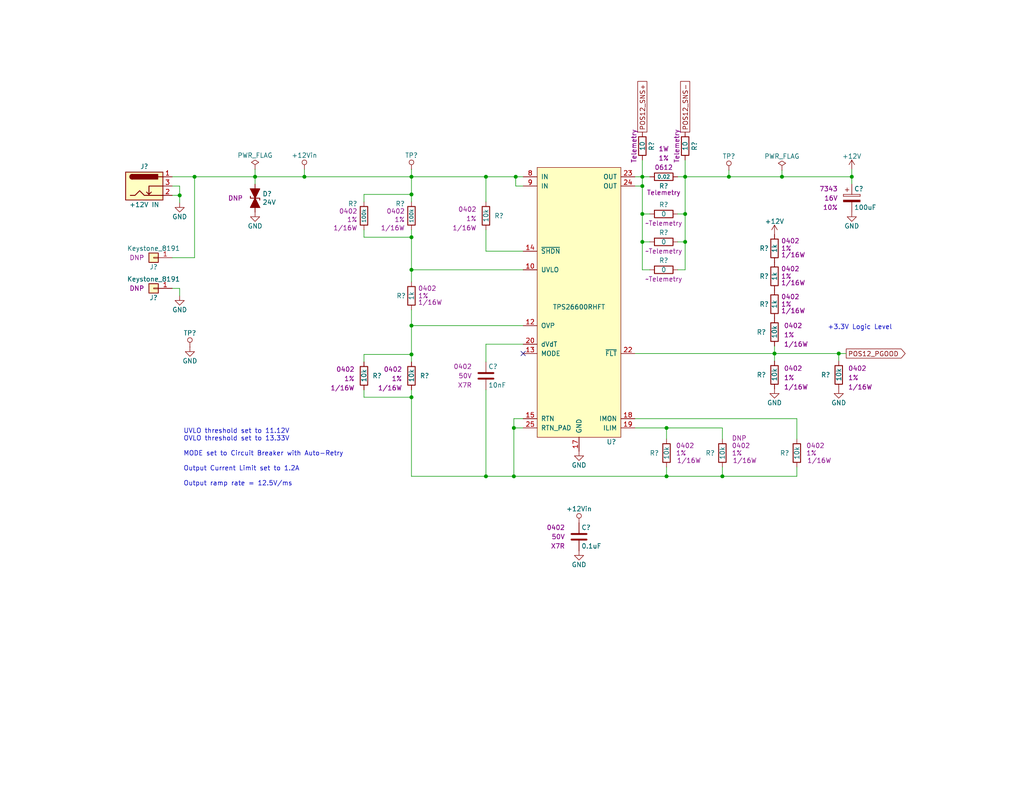
<source format=kicad_sch>
(kicad_sch (version 20211123) (generator eeschema)
  (paper "A")
  (lib_symbols
    (symbol "Connector:Barrel_Jack_Switch" (pin_names hide)
      (property "Reference" "J" (at 0 5.334 0))
      (property "Value" "Barrel_Jack_Switch" (at 0 -5.08 0))
      (symbol "Barrel_Jack_Switch_0_1"
        (rectangle (start -5.08 3.81) (end 5.08 -3.81) (stroke (width 0.254)) (fill (type background)))
        (arc (start -3.302 3.175) (mid -3.937 2.54) (end -3.302 1.905) (stroke (width 0.254)))
        (arc (start -3.302 3.175) (mid -3.937 2.54) (end -3.302 1.905) (stroke (width 0.254)) (fill (type outline)))
        (polyline (pts (xy 1.27 -2.286) (xy 1.905 -1.651)) (stroke (width 0.254)))
        (polyline (pts (xy 5.08 2.54) (xy 3.81 2.54)) (stroke (width 0.254)))
        (polyline (pts (xy 5.08 0) (xy 1.27 0) (xy 1.27 -2.286) (xy 0.635 -1.651)) (stroke (width 0.254)))
        (polyline (pts (xy -3.81 -2.54) (xy -2.54 -2.54) (xy -1.27 -1.27) (xy 0 -2.54) (xy 2.54 -2.54) (xy 5.08 -2.54)) (stroke (width 0.254)))
        (rectangle (start 3.683 3.175) (end -3.302 1.905) (stroke (width 0.254)) (fill (type outline)))
      )
      (symbol "Barrel_Jack_Switch_1_1"
        (pin passive line (at 7.62 2.54 180) (length 2.54) (name "~") (number "1"))
        (pin passive line (at 7.62 -2.54 180) (length 2.54) (name "~") (number "2"))
        (pin passive line (at 7.62 0 180) (length 2.54) (name "~") (number "3"))
      )
    )
    (symbol "Connector_Generic:Conn_01x01" (pin_names (offset 1.016) hide)
      (property "Reference" "J" (at 0 2.54 0))
      (property "Value" "Conn_01x01" (at 0 -2.54 0))
      (symbol "Conn_01x01_1_1"
        (rectangle (start -1.27 0.127) (end 0 -0.127) (stroke (width 0.1524)))
        (rectangle (start -1.27 1.27) (end 1.27 -1.27) (stroke (width 0.254)) (fill (type background)))
        (pin passive line (at -5.08 0 0) (length 3.81) (name "Pin_1") (number "1"))
      )
    )
    (symbol "Custom_Library:+12Vin" (power) (pin_names (offset 0))
      (property "Value" "+12Vin" (at 0 3.81 0))
      (symbol "+12Vin_0_1"
        (polyline (pts (xy 0 0) (xy 0 1.27)))
        (circle (center 0 1.905) (radius 0.635))
      )
      (symbol "+12Vin_1_1"
        (pin power_in line (at 0 0 90) (length 0) hide (name "+12Vin") (number "1"))
      )
    )
    (symbol "Custom_Library:CP_Tant_Custom" (pin_numbers hide) (pin_names (offset 0.254))
      (property "Reference" "C" (at 0.635 2.54 0))
      (property "Value" "CP_Tant_Custom" (at 0.635 -2.54 0))
      (property "display_footprint" "Foot" (at -3.81 2.54 0))
      (property "Voltage" "V" (at -3.81 0 0))
      (property "Tolerance" "Tol" (at -3.81 -2.54 0))
      (symbol "CP_Tant_Custom_0_1"
        (rectangle (start -2.286 0.508) (end -2.286 1.016))
        (rectangle (start -2.286 0.508) (end 2.286 0.508))
        (polyline (pts (xy -1.778 2.286) (xy -0.762 2.286)))
        (polyline (pts (xy -1.27 2.794) (xy -1.27 1.778)))
        (rectangle (start 2.286 -0.508) (end -2.286 -1.016) (fill (type outline)))
        (rectangle (start 2.286 1.016) (end -2.286 1.016))
        (rectangle (start 2.286 1.016) (end 2.286 0.508))
      )
      (symbol "CP_Tant_Custom_1_1"
        (pin passive line (at 0 3.81 270) (length 2.794) (name "~") (number "1"))
        (pin passive line (at 0 -3.81 90) (length 2.794) (name "~") (number "2"))
      )
    )
    (symbol "Custom_Library:C_Custom" (pin_numbers hide) (pin_names (offset 0.254))
      (property "Reference" "C" (at 0.635 2.54 0))
      (property "Value" "C_Custom" (at 0.635 -2.54 0))
      (property "display_footprint" "Foot" (at -3.81 2.54 0))
      (property "Voltage" "V" (at -3.81 0 0))
      (property "Dielectric" "Er" (at -3.81 -2.54 0))
      (symbol "C_Custom_0_1"
        (polyline (pts (xy -2.032 -0.762) (xy 2.032 -0.762)) (stroke (width 0.508)))
        (polyline (pts (xy -2.032 0.762) (xy 2.032 0.762)) (stroke (width 0.508)))
      )
      (symbol "C_Custom_1_1"
        (pin passive line (at 0 3.81 270) (length 2.794) (name "~") (number "1"))
        (pin passive line (at 0 -3.81 90) (length 2.794) (name "~") (number "2"))
      )
    )
    (symbol "Custom_Library:R_Custom" (pin_numbers hide) (pin_names (offset 1.016) hide)
      (property "Reference" "R" (at -2.54 0 90))
      (property "Value" "R_Custom" (at 0 0 90))
      (property "display_footprint" "Foot" (at 2.54 0 90))
      (property "Tolerance" "Tol" (at 5.08 0 90))
      (property "Wattage" "W" (at 7.62 0 90))
      (symbol "R_Custom_0_1"
        (rectangle (start 1.016 2.54) (end -1.016 -2.54) (stroke (width 0.254)))
      )
      (symbol "R_Custom_1_1"
        (pin passive line (at 0 3.81 270) (length 1.27) (name "1") (number "1"))
        (pin passive line (at 0 -3.81 90) (length 1.27) (name "2") (number "2"))
      )
    )
    (symbol "Custom_Library:TP" (pin_numbers hide) (pin_names (offset 0) hide)
      (property "Reference" "TP" (at 0 3.81 0))
      (symbol "TP_0_1"
        (polyline (pts (xy 0 0) (xy 0 1.27)))
        (circle (center 0 1.905) (radius 0.635))
      )
      (symbol "TP_1_1"
        (pin passive line (at 0 0 90) (length 0) (name "TP") (number "1"))
      )
    )
    (symbol "Custom_Library:TPS26600RHFT" (pin_names (offset 1.016))
      (property "Reference" "U" (at 10.16 -36.83 0))
      (property "Value" "TPS26600RHFT" (at 0 0 0))
      (symbol "TPS26600RHFT_0_1"
        (rectangle (start -11.43 38.1) (end 11.43 -35.56) (fill (type background)))
      )
      (symbol "TPS26600RHFT_1_1"
        (pin no_connect line (at 15.24 -16.51 180) (length 3.81) hide (name "NC") (number "1"))
        (pin passive line (at -15.24 10.16 0) (length 3.81) (name "UVLO") (number "10"))
        (pin no_connect line (at 15.24 -25.4 180) (length 3.81) hide (name "NC") (number "11"))
        (pin passive line (at -15.24 -5.08 0) (length 3.81) (name "OVP") (number "12"))
        (pin passive line (at -15.24 -12.7 0) (length 3.81) (name "MODE") (number "13"))
        (pin input line (at -15.24 15.24 0) (length 3.81) (name "~{SHDN}") (number "14"))
        (pin passive line (at -15.24 -30.48 0) (length 3.81) (name "RTN") (number "15"))
        (pin no_connect line (at 15.24 -26.67 180) (length 3.81) hide (name "NC") (number "16"))
        (pin power_in line (at 0 -39.37 90) (length 3.81) (name "GND") (number "17"))
        (pin passive line (at 15.24 -30.48 180) (length 3.81) (name "IMON") (number "18"))
        (pin passive line (at 15.24 -33.02 180) (length 3.81) (name "ILIM") (number "19"))
        (pin no_connect line (at 15.24 -17.78 180) (length 3.81) hide (name "NC") (number "2"))
        (pin passive line (at -15.24 -10.16 0) (length 3.81) (name "dVdT") (number "20"))
        (pin no_connect line (at 15.24 -27.94 180) (length 3.81) hide (name "NC") (number "21"))
        (pin open_collector line (at 15.24 -12.7 180) (length 3.81) (name "~{FLT}") (number "22"))
        (pin power_out line (at 15.24 35.56 180) (length 3.81) (name "OUT") (number "23"))
        (pin passive line (at 15.24 33.02 180) (length 3.81) (name "OUT") (number "24"))
        (pin passive line (at -15.24 -33.02 0) (length 3.81) (name "RTN_PAD") (number "25"))
        (pin no_connect line (at 15.24 -19.05 180) (length 3.81) hide (name "NC") (number "3"))
        (pin no_connect line (at 15.24 -21.59 180) (length 3.81) hide (name "NC") (number "4"))
        (pin no_connect line (at 15.24 -20.32 180) (length 3.81) hide (name "NC") (number "5"))
        (pin no_connect line (at 15.24 -22.86 180) (length 3.81) hide (name "NC") (number "6"))
        (pin no_connect line (at 15.24 -24.13 180) (length 3.81) hide (name "NC") (number "7"))
        (pin power_in line (at -15.24 35.56 0) (length 3.81) (name "IN") (number "8"))
        (pin power_in line (at -15.24 33.02 0) (length 3.81) (name "IN") (number "9"))
      )
    )
    (symbol "Custom_Library:TP_Pad" (pin_numbers hide) (pin_names (offset 0) hide)
      (property "Reference" "TP" (at 0 3.81 0))
      (symbol "TP_Pad_0_1"
        (polyline (pts (xy 0 0) (xy 0 1.27)))
        (circle (center 0 1.905) (radius 0.635))
      )
      (symbol "TP_Pad_1_1"
        (pin passive line (at 0 0 90) (length 0) (name "TP") (number "1"))
      )
    )
    (symbol "LED_Panel_Controller-rescue:D_TVS_ALT-Device" (pin_numbers hide) (pin_names (offset 1.016) hide)
      (property "Reference" "D" (at 0 2.54 0))
      (property "Value" "D_TVS_ALT-Device" (at 0 -2.54 0))
      (symbol "D_TVS_ALT-Device_0_1"
        (polyline (pts (xy 1.27 0) (xy -1.27 0)))
        (polyline (pts (xy -2.54 -1.27) (xy 0 0) (xy -2.54 1.27) (xy -2.54 -1.27)) (stroke (width 0.254)) (fill (type outline)))
        (polyline (pts (xy 0.508 1.27) (xy 0 1.27) (xy 0 -1.27) (xy -0.508 -1.27)) (stroke (width 0.254)))
        (polyline (pts (xy 2.54 1.27) (xy 2.54 -1.27) (xy 0 0) (xy 2.54 1.27)) (stroke (width 0.254)) (fill (type outline)))
      )
      (symbol "D_TVS_ALT-Device_1_1"
        (pin passive line (at -3.81 0 0) (length 2.54) (name "A1") (number "1"))
        (pin passive line (at 3.81 0 180) (length 2.54) (name "A2") (number "2"))
      )
    )
    (symbol "power:+12V" (power) (pin_names (offset 0))
      (property "Value" "+12V" (at 0 3.556 0))
      (symbol "+12V_0_1"
        (polyline (pts (xy -0.762 1.27) (xy 0 2.54)))
        (polyline (pts (xy 0 0) (xy 0 2.54)))
        (polyline (pts (xy 0 2.54) (xy 0.762 1.27)))
      )
      (symbol "+12V_1_1"
        (pin power_in line (at 0 0 90) (length 0) hide (name "+12V") (number "1"))
      )
    )
    (symbol "power:GND" (power) (pin_names (offset 0))
      (property "Value" "GND" (at 0 -3.81 0))
      (symbol "GND_0_1"
        (polyline (pts (xy 0 0) (xy 0 -1.27) (xy 1.27 -1.27) (xy 0 -2.54) (xy -1.27 -1.27) (xy 0 -1.27)))
      )
      (symbol "GND_1_1"
        (pin power_in line (at 0 0 270) (length 0) hide (name "GND") (number "1"))
      )
    )
    (symbol "power:PWR_FLAG" (power) (pin_numbers hide) (pin_names (offset 0) hide)
      (property "Value" "PWR_FLAG" (at 0 3.81 0))
      (symbol "PWR_FLAG_0_0"
        (pin power_out line (at 0 0 90) (length 0) (name "pwr") (number "1"))
      )
      (symbol "PWR_FLAG_0_1"
        (polyline (pts (xy 0 0) (xy 0 1.27) (xy -1.016 1.905) (xy 0 2.54) (xy 1.016 1.905) (xy 0 1.27)))
      )
    )
  )
  (junction (at 197.104 130.048))
  (junction (at 181.864 130.048))
  (junction (at 69.596 48.26))
  (junction (at 112.268 48.26))
  (junction (at 53.086 48.26))
  (junction (at 112.268 96.774))
  (junction (at 186.944 48.26))
  (junction (at 112.268 73.66))
  (junction (at 112.268 53.086))
  (junction (at 198.882 48.26))
  (junction (at 213.36 48.26))
  (junction (at 112.268 64.77))
  (junction (at 211.328 96.52))
  (junction (at 175.26 48.26))
  (junction (at 175.26 58.42))
  (junction (at 175.26 66.04))
  (junction (at 112.268 108.458))
  (junction (at 186.944 66.04))
  (junction (at 140.716 48.26))
  (junction (at 112.268 88.9))
  (junction (at 132.588 130.048))
  (junction (at 49.022 53.34))
  (junction (at 181.864 116.84))
  (junction (at 228.854 96.52))
  (junction (at 232.41 48.26))
  (junction (at 186.944 58.42))
  (junction (at 83.058 48.26))
  (junction (at 140.208 116.84))
  (junction (at 175.26 50.8))
  (junction (at 132.588 48.26))
  (junction (at 140.208 130.048))
  (no_connect (at 142.748 96.52))
  (wire (pts (xy 175.26 48.26) (xy 177.292 48.26)))
  (wire (pts (xy 83.058 46.228) (xy 83.058 48.26)))
  (wire (pts (xy 230.886 96.52) (xy 228.854 96.52)))
  (wire (pts (xy 175.26 58.42) (xy 175.26 66.04)))
  (wire (pts (xy 140.208 114.3) (xy 140.208 116.84)))
  (wire (pts (xy 112.268 64.77) (xy 112.268 73.66)))
  (wire (pts (xy 140.716 50.8) (xy 140.716 48.26)))
  (wire (pts (xy 175.26 66.04) (xy 175.26 73.66)))
  (wire (pts (xy 112.268 73.66) (xy 112.268 76.962)))
  (wire (pts (xy 49.022 55.372) (xy 49.022 53.34)))
  (wire (pts (xy 217.424 127.508) (xy 217.424 130.048)))
  (wire (pts (xy 213.36 48.26) (xy 198.882 48.26)))
  (wire (pts (xy 175.26 73.66) (xy 177.292 73.66)))
  (wire (pts (xy 53.086 70.358) (xy 53.086 48.26)))
  (wire (pts (xy 184.912 58.42) (xy 186.944 58.42)))
  (wire (pts (xy 197.104 127.508) (xy 197.104 130.048)))
  (wire (pts (xy 175.26 50.8) (xy 175.26 48.26)))
  (wire (pts (xy 112.268 108.458) (xy 112.268 130.048)))
  (wire (pts (xy 175.26 50.8) (xy 175.26 58.42)))
  (wire (pts (xy 186.944 66.04) (xy 186.944 58.42)))
  (wire (pts (xy 99.314 53.086) (xy 112.268 53.086)))
  (wire (pts (xy 197.104 130.048) (xy 181.864 130.048)))
  (wire (pts (xy 49.022 50.8) (xy 46.99 50.8)))
  (wire (pts (xy 181.864 116.84) (xy 173.228 116.84)))
  (wire (pts (xy 186.944 43.688) (xy 186.944 48.26)))
  (wire (pts (xy 175.26 48.26) (xy 173.228 48.26)))
  (wire (pts (xy 49.022 53.34) (xy 46.99 53.34)))
  (wire (pts (xy 173.228 96.52) (xy 211.328 96.52)))
  (wire (pts (xy 142.748 50.8) (xy 140.716 50.8)))
  (wire (pts (xy 132.588 93.98) (xy 142.748 93.98)))
  (wire (pts (xy 132.588 55.118) (xy 132.588 48.26)))
  (wire (pts (xy 112.268 55.118) (xy 112.268 53.086)))
  (wire (pts (xy 99.314 108.458) (xy 112.268 108.458)))
  (wire (pts (xy 228.854 98.552) (xy 228.854 96.52)))
  (wire (pts (xy 132.588 106.426) (xy 132.588 130.048)))
  (wire (pts (xy 112.268 88.9) (xy 112.268 84.582)))
  (wire (pts (xy 198.882 46.482) (xy 198.882 48.26)))
  (wire (pts (xy 99.314 55.118) (xy 99.314 53.086)))
  (wire (pts (xy 173.228 114.3) (xy 217.424 114.3)))
  (wire (pts (xy 46.99 70.358) (xy 53.086 70.358)))
  (wire (pts (xy 177.292 66.04) (xy 175.26 66.04)))
  (wire (pts (xy 142.748 48.26) (xy 140.716 48.26)))
  (wire (pts (xy 49.022 80.772) (xy 49.022 78.74)))
  (wire (pts (xy 197.104 119.888) (xy 197.104 116.84)))
  (wire (pts (xy 211.328 96.52) (xy 211.328 94.488)))
  (wire (pts (xy 83.058 48.26) (xy 112.268 48.26)))
  (wire (pts (xy 217.424 130.048) (xy 197.104 130.048)))
  (wire (pts (xy 53.086 48.26) (xy 69.596 48.26)))
  (wire (pts (xy 232.41 46.228) (xy 232.41 48.26)))
  (wire (pts (xy 184.912 73.66) (xy 186.944 73.66)))
  (wire (pts (xy 197.104 116.84) (xy 181.864 116.84)))
  (wire (pts (xy 69.596 50.292) (xy 69.596 48.26)))
  (wire (pts (xy 132.588 48.26) (xy 112.268 48.26)))
  (wire (pts (xy 49.022 78.74) (xy 46.99 78.74)))
  (wire (pts (xy 228.854 96.52) (xy 211.328 96.52)))
  (wire (pts (xy 132.588 98.806) (xy 132.588 93.98)))
  (wire (pts (xy 140.208 130.048) (xy 140.208 116.84)))
  (wire (pts (xy 112.268 130.048) (xy 132.588 130.048)))
  (wire (pts (xy 211.328 98.552) (xy 211.328 96.52)))
  (wire (pts (xy 184.912 48.26) (xy 186.944 48.26)))
  (wire (pts (xy 112.268 98.806) (xy 112.268 96.774)))
  (wire (pts (xy 181.864 130.048) (xy 140.208 130.048)))
  (wire (pts (xy 173.228 50.8) (xy 175.26 50.8)))
  (wire (pts (xy 142.748 114.3) (xy 140.208 114.3)))
  (wire (pts (xy 112.268 96.774) (xy 112.268 88.9)))
  (wire (pts (xy 99.314 62.738) (xy 99.314 64.77)))
  (wire (pts (xy 46.99 48.26) (xy 53.086 48.26)))
  (wire (pts (xy 132.588 68.58) (xy 132.588 62.738)))
  (wire (pts (xy 213.36 46.482) (xy 213.36 48.26)))
  (wire (pts (xy 232.41 48.26) (xy 213.36 48.26)))
  (wire (pts (xy 83.058 48.26) (xy 69.596 48.26)))
  (wire (pts (xy 99.314 98.806) (xy 99.314 96.774)))
  (wire (pts (xy 140.208 116.84) (xy 142.748 116.84)))
  (wire (pts (xy 112.268 46.228) (xy 112.268 48.26)))
  (wire (pts (xy 232.41 50.292) (xy 232.41 48.26)))
  (wire (pts (xy 217.424 119.888) (xy 217.424 114.3)))
  (wire (pts (xy 112.268 53.086) (xy 112.268 48.26)))
  (wire (pts (xy 181.864 127.508) (xy 181.864 130.048)))
  (wire (pts (xy 184.912 66.04) (xy 186.944 66.04)))
  (wire (pts (xy 186.944 58.42) (xy 186.944 48.26)))
  (wire (pts (xy 186.944 73.66) (xy 186.944 66.04)))
  (wire (pts (xy 99.314 106.426) (xy 99.314 108.458)))
  (wire (pts (xy 132.588 130.048) (xy 140.208 130.048)))
  (wire (pts (xy 140.716 48.26) (xy 132.588 48.26)))
  (wire (pts (xy 99.314 64.77) (xy 112.268 64.77)))
  (wire (pts (xy 69.596 46.228) (xy 69.596 48.26)))
  (wire (pts (xy 142.748 68.58) (xy 132.588 68.58)))
  (wire (pts (xy 99.314 96.774) (xy 112.268 96.774)))
  (wire (pts (xy 177.292 58.42) (xy 175.26 58.42)))
  (wire (pts (xy 112.268 62.738) (xy 112.268 64.77)))
  (wire (pts (xy 49.022 53.34) (xy 49.022 50.8)))
  (wire (pts (xy 142.748 88.9) (xy 112.268 88.9)))
  (wire (pts (xy 186.944 48.26) (xy 198.882 48.26)))
  (wire (pts (xy 142.748 73.66) (xy 112.268 73.66)))
  (wire (pts (xy 181.864 119.888) (xy 181.864 116.84)))
  (wire (pts (xy 175.26 43.688) (xy 175.26 48.26)))
  (wire (pts (xy 112.268 106.426) (xy 112.268 108.458)))
  (text "UVLO threshold set to 11.12V\nOVLO threshold set to 13.33V\n\nMODE set to Circuit Breaker with Auto-Retry\n\nOutput Current Limit set to 1.2A\n\nOutput ramp rate = 12.5V/ms" (at 50.038 132.842 0) (effects (font (size 1.27 1.27)) (justify left bottom)))
  (text "+3.3V Logic Level" (at 225.806 90.17 0) (effects (font (size 1.27 1.27)) (justify left bottom)))
  (global_label "POS12_SNS-" (shape passive) (at 186.944 36.068 90) (property "Intersheet References" "${INTERSHEET_REFS}" (effects hide)))
  (global_label "POS12_SNS+" (shape passive) (at 175.26 36.068 90) (property "Intersheet References" "${INTERSHEET_REFS}" (effects hide)))
  (global_label "POS12_PGOOD" (shape output) (at 230.886 96.52 0) (property "Intersheet References" "${INTERSHEET_REFS}" (effects hide)))
  (symbol (lib_id "Custom_Library:R_Custom") (at 211.328 90.678 0) (unit 1)
    (property "Reference" "R?" (at 209.042 90.678 0) (effects (justify right)))
    (property "Value" "10k" (at 211.328 92.456 90) (effects (justify left)))
    (property "Footprint" "Resistors_SMD:R_0402" (effects hide))
    (property "display_footprint" "0402" (at 213.868 88.9 0) (effects (justify left)))
    (property "Tolerance" "1%" (at 213.868 91.44 0) (effects (justify left)))
    (property "Wattage" "1/16W" (at 213.868 93.98 0) (effects (justify left)))
    (property "Digi-Key PN" "RMCF0402FT10K0CT-ND" (effects hide))
  )
  (symbol (lib_id "Custom_Library:TP_Pad") (at 198.882 46.482 0) (unit 1)
    (property "Reference" "TP?" (at 198.882 42.672 0))
    (property "Value" "TP" (effects hide))
    (property "Footprint" "Custom Footprints Library:Test_Point" (effects hide))
  )
  (symbol (lib_id "Custom_Library:R_Custom") (at 228.854 102.362 0) (unit 1)
    (property "Reference" "R?" (at 226.568 102.362 0) (effects (justify right)))
    (property "Value" "10k" (at 228.854 104.14 90) (effects (justify left)))
    (property "Footprint" "Resistors_SMD:R_0402" (effects hide))
    (property "display_footprint" "0402" (at 231.394 100.584 0) (effects (justify left)))
    (property "Tolerance" "1%" (at 231.394 103.124 0) (effects (justify left)))
    (property "Wattage" "1/16W" (at 231.394 105.664 0) (effects (justify left)))
    (property "Digi-Key PN" "RMCF0402FT10K0CT-ND" (effects hide))
  )
  (symbol (lib_id "Custom_Library:R_Custom") (at 181.864 123.698 0) (unit 1)
    (property "Reference" "R?" (at 179.832 123.698 0) (effects (justify right)))
    (property "Value" "10k" (at 181.864 123.698 90))
    (property "Footprint" "Resistors_SMD:R_0402" (effects hide))
    (property "display_footprint" "0402" (at 184.404 121.666 0) (effects (justify left)))
    (property "Tolerance" "1%" (at 184.404 123.698 0) (effects (justify left)))
    (property "Wattage" "1/16W" (at 184.658 125.73 0) (effects (justify left)))
    (property "Digi-Key PN" "RMCF0402FT10K0CT-ND" (effects hide))
  )
  (symbol (lib_id "Custom_Library:R_Custom") (at 132.588 58.928 0) (mirror y) (unit 1)
    (property "Reference" "R?" (at 134.874 58.928 0) (effects (justify right)))
    (property "Value" "10k" (at 132.588 60.706 90) (effects (justify left)))
    (property "Footprint" "Resistors_SMD:R_0402" (effects hide))
    (property "display_footprint" "0402" (at 130.048 57.15 0) (effects (justify left)))
    (property "Tolerance" "1%" (at 130.048 59.69 0) (effects (justify left)))
    (property "Wattage" "1/16W" (at 130.048 62.23 0) (effects (justify left)))
    (property "Digi-Key PN" "RMCF0402FT10K0CT-ND" (effects hide))
  )
  (symbol (lib_id "Custom_Library:R_Custom") (at 197.104 123.698 0) (unit 1)
    (property "Reference" "R?" (at 195.072 123.698 0) (effects (justify right)))
    (property "Value" "10k" (at 197.104 123.698 90))
    (property "Footprint" "Resistors_SMD:R_0402" (effects hide))
    (property "display_footprint" "0402" (at 199.644 121.666 0) (effects (justify left)))
    (property "Tolerance" "1%" (at 199.644 123.698 0) (effects (justify left)))
    (property "Wattage" "1/16W" (at 199.898 125.73 0) (effects (justify left)))
    (property "Digi-Key PN" "RMCF0402FT10K0CT-ND" (effects hide))
    (property "Configuration" "DNP" (at 199.644 119.634 0) (effects (justify left)))
  )
  (symbol (lib_id "Custom_Library:+12Vin") (at 157.988 142.748 0) (unit 1)
    (property "Reference" "#PWR?" (effects hide))
    (property "Value" "+12Vin" (at 157.988 138.938 0))
  )
  (symbol (lib_id "Custom_Library:R_Custom") (at 211.328 83.058 0) (unit 1)
    (property "Reference" "R?" (at 209.804 83.058 0) (effects (justify right)))
    (property "Value" "1k" (at 211.328 83.058 90))
    (property "Footprint" "Resistors_SMD:R_0402" (effects hide))
    (property "display_footprint" "0402" (at 213.106 81.026 0) (effects (justify left)))
    (property "Tolerance" "1%" (at 213.106 83.058 0) (effects (justify left)))
    (property "Wattage" "1/16W" (at 213.106 84.836 0) (effects (justify left)))
    (property "Digi-Key PN" "RMCF0402FT1K00CT-ND" (effects hide))
  )
  (symbol (lib_id "power:+12V") (at 232.41 46.228 0) (unit 1)
    (property "Reference" "#PWR?" (effects hide))
    (property "Value" "+12V" (at 232.41 42.672 0))
  )
  (symbol (lib_id "Custom_Library:R_Custom") (at 181.102 73.66 90) (mirror x) (unit 1)
    (property "Reference" "R?" (at 181.102 71.12 90))
    (property "Value" "0" (at 181.102 73.66 90))
    (property "Footprint" "Resistors_SMD:R_0402" (effects hide))
    (property "display_footprint" "0402" (effects hide))
    (property "Tolerance" "1%" (effects hide))
    (property "Wattage" "1/16W" (effects hide))
    (property "Configuration" "~Telemetry" (at 181.102 76.2 90))
    (property "Digi-Key PN" "RMCF0402ZT0R00CT-ND" (effects hide))
  )
  (symbol (lib_id "Custom_Library:+12Vin") (at 83.058 46.228 0) (unit 1)
    (property "Reference" "#PWR?" (effects hide))
    (property "Value" "+12Vin" (at 83.058 42.418 0))
  )
  (symbol (lib_id "Custom_Library:R_Custom") (at 211.328 75.438 0) (unit 1)
    (property "Reference" "R?" (at 209.804 75.438 0) (effects (justify right)))
    (property "Value" "1k" (at 211.328 75.438 90))
    (property "Footprint" "Resistors_SMD:R_0402" (effects hide))
    (property "display_footprint" "0402" (at 213.106 73.406 0) (effects (justify left)))
    (property "Tolerance" "1%" (at 213.106 75.438 0) (effects (justify left)))
    (property "Wattage" "1/16W" (at 213.106 77.216 0) (effects (justify left)))
    (property "Digi-Key PN" "RMCF0402FT1K00CT-ND" (effects hide))
  )
  (symbol (lib_id "power:GND") (at 49.022 55.372 0) (unit 1)
    (property "Reference" "#PWR?" (effects hide))
    (property "Value" "GND" (at 49.022 59.182 0))
  )
  (symbol (lib_id "power:GND") (at 157.988 150.368 0) (unit 1)
    (property "Reference" "#PWR?" (effects hide))
    (property "Value" "GND" (at 157.988 154.178 0))
  )
  (symbol (lib_id "Custom_Library:TP_Pad") (at 112.268 46.228 0) (unit 1)
    (property "Reference" "TP?" (at 112.268 42.418 0))
    (property "Value" "TP" (effects hide))
    (property "Footprint" "Custom Footprints Library:Test_Point" (effects hide))
  )
  (symbol (lib_id "Custom_Library:TPS26600RHFT") (at 157.988 83.82 0) (unit 1)
    (property "Reference" "U?" (at 168.148 120.65 0) (effects (justify right)))
    (property "Value" "TPS26600RHFT" (at 157.988 83.82 0))
    (property "Footprint" "Housings_DFN_QFN:QFN-24-1EP_4x5mm_Pitch0.5mm" (effects hide))
    (property "Datasheet" "http://www.ti.com/lit/ds/symlink/tps2660.pdf" (effects hide))
    (property "Digi-Key PN" "296-45478-1-ND" (effects hide))
  )
  (symbol (lib_id "Custom_Library:R_Custom") (at 112.268 102.616 0) (mirror y) (unit 1)
    (property "Reference" "R?" (at 114.554 102.616 0) (effects (justify right)))
    (property "Value" "10k" (at 112.268 104.394 90) (effects (justify left)))
    (property "Footprint" "Resistors_SMD:R_0402" (effects hide))
    (property "display_footprint" "0402" (at 109.728 100.838 0) (effects (justify left)))
    (property "Tolerance" "1%" (at 109.728 103.378 0) (effects (justify left)))
    (property "Wattage" "1/16W" (at 109.728 105.918 0) (effects (justify left)))
    (property "Digi-Key PN" "RMCF0402FT10K0CT-ND" (effects hide))
  )
  (symbol (lib_id "Custom_Library:R_Custom") (at 181.102 48.26 90) (unit 1)
    (property "Reference" "R?" (at 181.102 50.8 90))
    (property "Value" "0.02" (at 181.102 48.26 90) (effects (font (size 1.016 1.016))))
    (property "Footprint" "Resistors_SMD:R_0612" (effects hide))
    (property "Digi-Key PN" "P16010CT-ND" (effects hide))
    (property "display_footprint" "0612" (at 181.102 45.72 90))
    (property "Tolerance" "1%" (at 181.102 43.18 90))
    (property "Wattage" "1W" (at 181.102 40.64 90))
    (property "Configuration" "Telemetry" (at 181.102 52.578 90))
  )
  (symbol (lib_id "Custom_Library:R_Custom") (at 181.102 58.42 90) (mirror x) (unit 1)
    (property "Reference" "R?" (at 181.102 55.88 90))
    (property "Value" "0" (at 181.102 58.42 90))
    (property "Footprint" "Resistors_SMD:R_0402" (effects hide))
    (property "display_footprint" "0402" (effects hide))
    (property "Tolerance" "1%" (effects hide))
    (property "Wattage" "1/16W" (effects hide))
    (property "Configuration" "~Telemetry" (at 181.102 60.96 90))
    (property "Digi-Key PN" "RMCF0402ZT0R00CT-ND" (effects hide))
  )
  (symbol (lib_id "Custom_Library:R_Custom") (at 99.314 102.616 0) (mirror y) (unit 1)
    (property "Reference" "R?" (at 101.6 102.616 0) (effects (justify right)))
    (property "Value" "10k" (at 99.314 104.394 90) (effects (justify left)))
    (property "Footprint" "Resistors_SMD:R_0402" (effects hide))
    (property "display_footprint" "0402" (at 96.774 100.838 0) (effects (justify left)))
    (property "Tolerance" "1%" (at 96.774 103.378 0) (effects (justify left)))
    (property "Wattage" "1/16W" (at 96.774 105.918 0) (effects (justify left)))
    (property "Digi-Key PN" "RMCF0402FT10K0CT-ND" (effects hide))
  )
  (symbol (lib_id "power:GND") (at 51.816 94.742 0) (unit 1)
    (property "Reference" "#PWR?" (effects hide))
    (property "Value" "GND" (at 51.816 98.552 0))
  )
  (symbol (lib_id "Custom_Library:TP") (at 51.816 94.742 0) (unit 1)
    (property "Reference" "TP?" (at 51.816 90.932 0))
    (property "Value" "TP" (effects hide))
    (property "Footprint" "Pin_Headers:Pin_Header_Angled_1x01_Pitch2.54mm" (effects hide))
  )
  (symbol (lib_id "power:PWR_FLAG") (at 69.596 46.228 0) (unit 1)
    (property "Reference" "#FLG?" (effects hide))
    (property "Value" "PWR_FLAG" (at 69.596 42.418 0))
  )
  (symbol (lib_id "power:GND") (at 69.596 57.912 0) (unit 1)
    (property "Reference" "#PWR?" (effects hide))
    (property "Value" "GND" (at 69.596 61.722 0))
  )
  (symbol (lib_id "power:GND") (at 232.41 57.912 0) (unit 1)
    (property "Reference" "#PWR?" (effects hide))
    (property "Value" "GND" (at 232.41 61.722 0))
  )
  (symbol (lib_id "Custom_Library:R_Custom") (at 175.26 39.878 0) (mirror y) (unit 1)
    (property "Reference" "R?" (at 177.8 39.878 90))
    (property "Value" "10" (at 175.26 39.878 90))
    (property "Footprint" "Resistors_SMD:R_0402" (effects hide))
    (property "display_footprint" "0402" (effects hide))
    (property "Tolerance" "1%" (effects hide))
    (property "Wattage" "1/16W" (effects hide))
    (property "Digi-Key PN" "RMCF0402FT10R0CT-ND" (effects hide))
    (property "Configuration" "Telemetry" (at 172.974 39.878 90))
  )
  (symbol (lib_id "power:PWR_FLAG") (at 213.36 46.482 0) (unit 1)
    (property "Reference" "#FLG?" (effects hide))
    (property "Value" "PWR_FLAG" (at 213.36 42.672 0))
  )
  (symbol (lib_id "power:GND") (at 211.328 106.172 0) (unit 1)
    (property "Reference" "#PWR?" (effects hide))
    (property "Value" "GND" (at 211.328 109.982 0))
  )
  (symbol (lib_id "Custom_Library:R_Custom") (at 211.328 67.818 0) (unit 1)
    (property "Reference" "R?" (at 209.804 67.818 0) (effects (justify right)))
    (property "Value" "1k" (at 211.328 67.818 90))
    (property "Footprint" "Resistors_SMD:R_0402" (effects hide))
    (property "display_footprint" "0402" (at 213.106 65.786 0) (effects (justify left)))
    (property "Tolerance" "1%" (at 213.106 67.818 0) (effects (justify left)))
    (property "Wattage" "1/16W" (at 213.106 69.596 0) (effects (justify left)))
    (property "Digi-Key PN" "RMCF0402FT1K00CT-ND" (effects hide))
  )
  (symbol (lib_id "Custom_Library:R_Custom") (at 112.268 58.928 0) (mirror y) (unit 1)
    (property "Reference" "R?" (at 110.49 55.626 0) (effects (justify left)))
    (property "Value" "100k" (at 112.268 58.928 90) (effects (font (size 1.016 1.016))))
    (property "Footprint" "Resistors_SMD:R_0402" (effects hide))
    (property "display_footprint" "0402" (at 110.49 57.658 0) (effects (justify left)))
    (property "Tolerance" "1%" (at 110.49 59.944 0) (effects (justify left)))
    (property "Wattage" "1/16W" (at 110.49 62.23 0) (effects (justify left)))
    (property "Digi-Key PN" "RMCF0402FT100KCT-ND" (effects hide))
  )
  (symbol (lib_id "Custom_Library:R_Custom") (at 186.944 39.878 0) (mirror y) (unit 1)
    (property "Reference" "R?" (at 189.484 39.878 90))
    (property "Value" "10" (at 186.944 39.878 90))
    (property "Footprint" "Resistors_SMD:R_0402" (effects hide))
    (property "display_footprint" "0402" (effects hide))
    (property "Tolerance" "1%" (effects hide))
    (property "Wattage" "1/16W" (effects hide))
    (property "Digi-Key PN" "RMCF0402FT10R0CT-ND" (effects hide))
    (property "Configuration" "Telemetry" (at 184.658 39.878 90))
  )
  (symbol (lib_id "Custom_Library:C_Custom") (at 157.988 146.558 0) (unit 1)
    (property "Reference" "C?" (at 158.623 144.018 0) (effects (justify left)))
    (property "Value" "0.1uF" (at 158.623 149.098 0) (effects (justify left)))
    (property "Footprint" "Capacitors_SMD:C_0402" (effects hide))
    (property "display_footprint" "0402" (at 154.178 144.018 0) (effects (justify right)))
    (property "Voltage" "50V" (at 154.178 146.558 0) (effects (justify right)))
    (property "Dielectric" "X7R" (at 154.178 149.098 0) (effects (justify right)))
    (property "Digi-Key PN" "490-10698-1-ND" (effects hide))
  )
  (symbol (lib_id "power:GND") (at 228.854 106.172 0) (unit 1)
    (property "Reference" "#PWR?" (effects hide))
    (property "Value" "GND" (at 228.854 109.982 0))
  )
  (symbol (lib_id "Custom_Library:C_Custom") (at 132.588 102.616 0) (unit 1)
    (property "Reference" "C?" (at 133.223 100.076 0) (effects (justify left)))
    (property "Value" "10nF" (at 133.223 105.156 0) (effects (justify left)))
    (property "Footprint" "Capacitors_SMD:C_0402" (effects hide))
    (property "display_footprint" "0402" (at 128.778 100.076 0) (effects (justify right)))
    (property "Voltage" "50V" (at 128.778 102.616 0) (effects (justify right)))
    (property "Dielectric" "X7R" (at 128.778 105.156 0) (effects (justify right)))
    (property "Digi-Key PN" "399-3066-1-ND" (effects hide))
  )
  (symbol (lib_id "Connector:Barrel_Jack_Switch") (at 39.37 50.8 0) (unit 1)
    (property "Reference" "J?" (at 39.37 45.466 0))
    (property "Value" "+12V IN" (at 39.37 55.88 0))
    (property "Footprint" "Connectors:BARREL_JACK" (effects hide))
  )
  (symbol (lib_id "Connector_Generic:Conn_01x01") (at 41.91 70.358 180) (unit 1)
    (property "Reference" "J?" (at 41.91 72.898 0))
    (property "Value" "Keystone_8191" (at 41.91 67.818 0))
    (property "Footprint" "Custom Footprints Library:Keystone_8191" (effects hide))
    (property "Configuration" "DNP" (at 37.338 70.358 0))
    (property "Digi-Key PN" "36-8191-ND" (effects hide))
  )
  (symbol (lib_id "LED_Panel_Controller-rescue:D_TVS_ALT-Device") (at 69.596 54.102 270) (unit 1)
    (property "Reference" "D?" (at 71.6026 52.9336 90) (effects (justify left)))
    (property "Value" "24V" (at 71.6026 55.245 90) (effects (justify left)))
    (property "Footprint" "Diodes_SMD:D_SMA" (effects hide))
    (property "Digi-Key PN" "SMAJ24CALFCT-ND" (effects hide))
    (property "Configuration" "DNP" (at 64.262 54.102 90))
  )
  (symbol (lib_id "Custom_Library:R_Custom") (at 99.314 58.928 0) (mirror y) (unit 1)
    (property "Reference" "R?" (at 97.536 55.626 0) (effects (justify left)))
    (property "Value" "100k" (at 99.314 58.928 90) (effects (font (size 1.016 1.016))))
    (property "Footprint" "Resistors_SMD:R_0402" (effects hide))
    (property "display_footprint" "0402" (at 97.536 57.658 0) (effects (justify left)))
    (property "Tolerance" "1%" (at 97.536 59.944 0) (effects (justify left)))
    (property "Wattage" "1/16W" (at 97.536 62.23 0) (effects (justify left)))
    (property "Digi-Key PN" "RMCF0402FT100KCT-ND" (effects hide))
  )
  (symbol (lib_id "Custom_Library:R_Custom") (at 181.102 66.04 90) (mirror x) (unit 1)
    (property "Reference" "R?" (at 181.102 63.5 90))
    (property "Value" "0" (at 181.102 66.04 90))
    (property "Footprint" "Resistors_SMD:R_0402" (effects hide))
    (property "display_footprint" "0402" (effects hide))
    (property "Tolerance" "1%" (effects hide))
    (property "Wattage" "1/16W" (effects hide))
    (property "Configuration" "~Telemetry" (at 181.102 68.58 90))
    (property "Digi-Key PN" "RMCF0402ZT0R00CT-ND" (effects hide))
  )
  (symbol (lib_id "power:+12V") (at 211.328 64.008 0) (unit 1)
    (property "Reference" "#PWR?" (effects hide))
    (property "Value" "+12V" (at 211.328 60.452 0))
  )
  (symbol (lib_id "Custom_Library:CP_Tant_Custom") (at 232.41 54.102 0) (unit 1)
    (property "Reference" "C?" (at 233.045 51.562 0) (effects (justify left)))
    (property "Value" "100uF" (at 233.045 56.642 0) (effects (justify left)))
    (property "Footprint" "Capacitors_Tantalum_SMD:CP_Tantalum_Case-X_EIA-7343-43_Reflow" (effects hide))
    (property "Digi-Key PN" "718-1102-1-ND" (effects hide))
    (property "display_footprint" "7343" (at 228.6 51.562 0) (effects (justify right)))
    (property "Voltage" "16V" (at 228.6 54.102 0) (effects (justify right)))
    (property "Tolerance" "10%" (at 228.6 56.642 0) (effects (justify right)))
  )
  (symbol (lib_id "Custom_Library:R_Custom") (at 217.424 123.698 0) (unit 1)
    (property "Reference" "R?" (at 215.392 123.698 0) (effects (justify right)))
    (property "Value" "10k" (at 217.424 123.698 90))
    (property "Footprint" "Resistors_SMD:R_0402" (effects hide))
    (property "display_footprint" "0402" (at 219.964 121.666 0) (effects (justify left)))
    (property "Tolerance" "1%" (at 219.964 123.698 0) (effects (justify left)))
    (property "Wattage" "1/16W" (at 220.218 125.73 0) (effects (justify left)))
    (property "Digi-Key PN" "RMCF0402FT10K0CT-ND" (effects hide))
  )
  (symbol (lib_id "Custom_Library:R_Custom") (at 211.328 102.362 0) (unit 1)
    (property "Reference" "R?" (at 209.042 102.362 0) (effects (justify right)))
    (property "Value" "10k" (at 211.328 104.14 90) (effects (justify left)))
    (property "Footprint" "Resistors_SMD:R_0402" (effects hide))
    (property "display_footprint" "0402" (at 213.868 100.584 0) (effects (justify left)))
    (property "Tolerance" "1%" (at 213.868 103.124 0) (effects (justify left)))
    (property "Wattage" "1/16W" (at 213.868 105.664 0) (effects (justify left)))
    (property "Digi-Key PN" "RMCF0402FT10K0CT-ND" (effects hide))
  )
  (symbol (lib_id "power:GND") (at 49.022 80.772 0) (unit 1)
    (property "Reference" "#PWR?" (effects hide))
    (property "Value" "GND" (at 49.022 84.582 0))
  )
  (symbol (lib_id "power:GND") (at 157.988 123.19 0) (unit 1)
    (property "Reference" "#PWR?" (effects hide))
    (property "Value" "GND" (at 157.988 127 0))
  )
  (symbol (lib_id "Connector_Generic:Conn_01x01") (at 41.91 78.74 180) (unit 1)
    (property "Reference" "J?" (at 41.91 81.28 0))
    (property "Value" "Keystone_8191" (at 41.91 76.2 0))
    (property "Footprint" "Custom Footprints Library:Keystone_8191" (effects hide))
    (property "Configuration" "DNP" (at 37.338 78.74 0))
    (property "Digi-Key PN" "36-8191-ND" (effects hide))
  )
  (symbol (lib_id "Custom_Library:R_Custom") (at 112.268 80.772 0) (unit 1)
    (property "Reference" "R?" (at 110.744 80.772 0) (effects (justify right)))
    (property "Value" "1k" (at 112.268 80.772 90))
    (property "Footprint" "Resistors_SMD:R_0402" (effects hide))
    (property "display_footprint" "0402" (at 114.046 78.74 0) (effects (justify left)))
    (property "Tolerance" "1%" (at 114.046 80.772 0) (effects (justify left)))
    (property "Wattage" "1/16W" (at 114.046 82.55 0) (effects (justify left)))
    (property "Digi-Key PN" "RMCF0402FT1K00CT-ND" (effects hide))
  )
)
</source>
